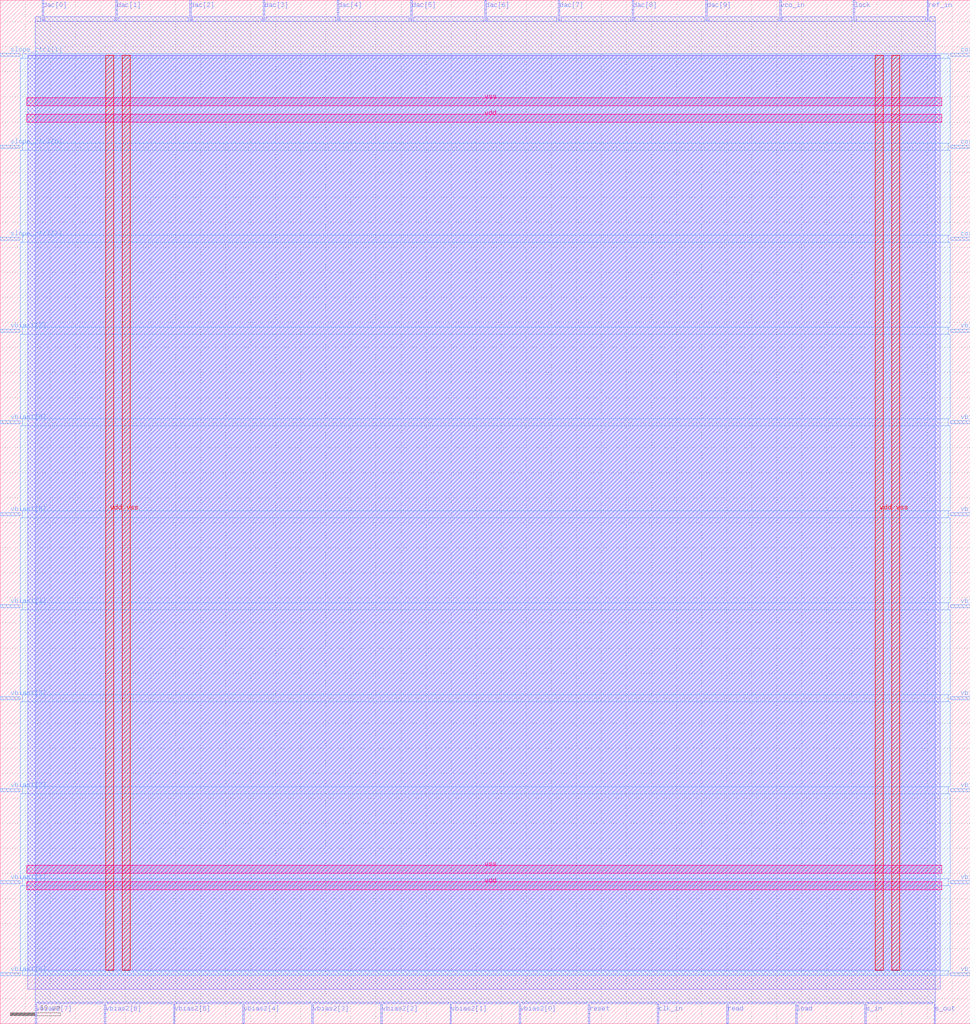
<source format=lef>
VERSION 5.7 ;
  NOWIREEXTENSIONATPIN ON ;
  DIVIDERCHAR "/" ;
  BUSBITCHARS "[]" ;
MACRO wrapper
  CLASS BLOCK ;
  FOREIGN wrapper ;
  ORIGIN 0.000 0.000 ;
  SIZE 193.625 BY 204.345 ;
  PIN clk_in
    DIRECTION INPUT ;
    USE SIGNAL ;
    PORT
      LAYER met2 ;
        RECT 131.190 0.000 131.470 4.000 ;
    END
  END clk_in
  PIN corner[0]
    DIRECTION OUTPUT TRISTATE ;
    USE SIGNAL ;
    PORT
      LAYER met3 ;
        RECT 189.625 193.160 193.625 193.760 ;
    END
  END corner[0]
  PIN corner[1]
    DIRECTION OUTPUT TRISTATE ;
    USE SIGNAL ;
    PORT
      LAYER met3 ;
        RECT 189.625 174.800 193.625 175.400 ;
    END
  END corner[1]
  PIN corner[2]
    DIRECTION OUTPUT TRISTATE ;
    USE SIGNAL ;
    PORT
      LAYER met3 ;
        RECT 189.625 156.440 193.625 157.040 ;
    END
  END corner[2]
  PIN dac[0]
    DIRECTION OUTPUT TRISTATE ;
    USE SIGNAL ;
    PORT
      LAYER met2 ;
        RECT 8.370 200.345 8.650 204.345 ;
    END
  END dac[0]
  PIN dac[1]
    DIRECTION OUTPUT TRISTATE ;
    USE SIGNAL ;
    PORT
      LAYER met2 ;
        RECT 23.090 200.345 23.370 204.345 ;
    END
  END dac[1]
  PIN dac[2]
    DIRECTION OUTPUT TRISTATE ;
    USE SIGNAL ;
    PORT
      LAYER met2 ;
        RECT 37.810 200.345 38.090 204.345 ;
    END
  END dac[2]
  PIN dac[3]
    DIRECTION OUTPUT TRISTATE ;
    USE SIGNAL ;
    PORT
      LAYER met2 ;
        RECT 52.530 200.345 52.810 204.345 ;
    END
  END dac[3]
  PIN dac[4]
    DIRECTION OUTPUT TRISTATE ;
    USE SIGNAL ;
    PORT
      LAYER met2 ;
        RECT 67.250 200.345 67.530 204.345 ;
    END
  END dac[4]
  PIN dac[5]
    DIRECTION OUTPUT TRISTATE ;
    USE SIGNAL ;
    PORT
      LAYER met2 ;
        RECT 81.970 200.345 82.250 204.345 ;
    END
  END dac[5]
  PIN dac[6]
    DIRECTION OUTPUT TRISTATE ;
    USE SIGNAL ;
    PORT
      LAYER met2 ;
        RECT 96.690 200.345 96.970 204.345 ;
    END
  END dac[6]
  PIN dac[7]
    DIRECTION OUTPUT TRISTATE ;
    USE SIGNAL ;
    PORT
      LAYER met2 ;
        RECT 111.410 200.345 111.690 204.345 ;
    END
  END dac[7]
  PIN dac[8]
    DIRECTION OUTPUT TRISTATE ;
    USE SIGNAL ;
    PORT
      LAYER met2 ;
        RECT 126.130 200.345 126.410 204.345 ;
    END
  END dac[8]
  PIN dac[9]
    DIRECTION OUTPUT TRISTATE ;
    USE SIGNAL ;
    PORT
      LAYER met2 ;
        RECT 140.850 200.345 141.130 204.345 ;
    END
  END dac[9]
  PIN load
    DIRECTION INPUT ;
    USE SIGNAL ;
    PORT
      LAYER met2 ;
        RECT 158.790 0.000 159.070 4.000 ;
    END
  END load
  PIN lock
    DIRECTION OUTPUT TRISTATE ;
    USE SIGNAL ;
    PORT
      LAYER met2 ;
        RECT 170.290 200.345 170.570 204.345 ;
    END
  END lock
  PIN read
    DIRECTION INPUT ;
    USE SIGNAL ;
    PORT
      LAYER met2 ;
        RECT 144.990 0.000 145.270 4.000 ;
    END
  END read
  PIN ref_in
    DIRECTION INPUT ;
    USE SIGNAL ;
    PORT
      LAYER met2 ;
        RECT 185.010 200.345 185.290 204.345 ;
    END
  END ref_in
  PIN reset
    DIRECTION INPUT ;
    USE SIGNAL ;
    PORT
      LAYER met2 ;
        RECT 117.390 0.000 117.670 4.000 ;
    END
  END reset
  PIN s_in
    DIRECTION INPUT ;
    USE SIGNAL ;
    PORT
      LAYER met2 ;
        RECT 172.590 0.000 172.870 4.000 ;
    END
  END s_in
  PIN s_out
    DIRECTION OUTPUT TRISTATE ;
    USE SIGNAL ;
    PORT
      LAYER met2 ;
        RECT 186.390 0.000 186.670 4.000 ;
    END
  END s_out
  PIN slope_ctrl[0]
    DIRECTION OUTPUT TRISTATE ;
    USE SIGNAL ;
    PORT
      LAYER met3 ;
        RECT 0.000 174.800 4.000 175.400 ;
    END
  END slope_ctrl[0]
  PIN slope_ctrl[1]
    DIRECTION OUTPUT TRISTATE ;
    USE SIGNAL ;
    PORT
      LAYER met3 ;
        RECT 0.000 193.160 4.000 193.760 ;
    END
  END slope_ctrl[1]
  PIN slope_ctrl[2]
    DIRECTION OUTPUT TRISTATE ;
    USE SIGNAL ;
    PORT
      LAYER met3 ;
        RECT 0.000 156.440 4.000 157.040 ;
    END
  END slope_ctrl[2]
  PIN vbias1[0]
    DIRECTION OUTPUT TRISTATE ;
    USE SIGNAL ;
    PORT
      LAYER met3 ;
        RECT 0.000 9.560 4.000 10.160 ;
    END
  END vbias1[0]
  PIN vbias1[1]
    DIRECTION OUTPUT TRISTATE ;
    USE SIGNAL ;
    PORT
      LAYER met3 ;
        RECT 0.000 27.920 4.000 28.520 ;
    END
  END vbias1[1]
  PIN vbias1[2]
    DIRECTION OUTPUT TRISTATE ;
    USE SIGNAL ;
    PORT
      LAYER met3 ;
        RECT 0.000 46.280 4.000 46.880 ;
    END
  END vbias1[2]
  PIN vbias1[3]
    DIRECTION OUTPUT TRISTATE ;
    USE SIGNAL ;
    PORT
      LAYER met3 ;
        RECT 0.000 64.640 4.000 65.240 ;
    END
  END vbias1[3]
  PIN vbias1[4]
    DIRECTION OUTPUT TRISTATE ;
    USE SIGNAL ;
    PORT
      LAYER met3 ;
        RECT 0.000 83.000 4.000 83.600 ;
    END
  END vbias1[4]
  PIN vbias1[5]
    DIRECTION OUTPUT TRISTATE ;
    USE SIGNAL ;
    PORT
      LAYER met3 ;
        RECT 0.000 101.360 4.000 101.960 ;
    END
  END vbias1[5]
  PIN vbias1[6]
    DIRECTION OUTPUT TRISTATE ;
    USE SIGNAL ;
    PORT
      LAYER met3 ;
        RECT 0.000 119.720 4.000 120.320 ;
    END
  END vbias1[6]
  PIN vbias1[7]
    DIRECTION OUTPUT TRISTATE ;
    USE SIGNAL ;
    PORT
      LAYER met3 ;
        RECT 0.000 138.080 4.000 138.680 ;
    END
  END vbias1[7]
  PIN vbias2[0]
    DIRECTION OUTPUT TRISTATE ;
    USE SIGNAL ;
    PORT
      LAYER met2 ;
        RECT 103.590 0.000 103.870 4.000 ;
    END
  END vbias2[0]
  PIN vbias2[1]
    DIRECTION OUTPUT TRISTATE ;
    USE SIGNAL ;
    PORT
      LAYER met2 ;
        RECT 89.790 0.000 90.070 4.000 ;
    END
  END vbias2[1]
  PIN vbias2[2]
    DIRECTION OUTPUT TRISTATE ;
    USE SIGNAL ;
    PORT
      LAYER met2 ;
        RECT 75.990 0.000 76.270 4.000 ;
    END
  END vbias2[2]
  PIN vbias2[3]
    DIRECTION OUTPUT TRISTATE ;
    USE SIGNAL ;
    PORT
      LAYER met2 ;
        RECT 62.190 0.000 62.470 4.000 ;
    END
  END vbias2[3]
  PIN vbias2[4]
    DIRECTION OUTPUT TRISTATE ;
    USE SIGNAL ;
    PORT
      LAYER met2 ;
        RECT 48.390 0.000 48.670 4.000 ;
    END
  END vbias2[4]
  PIN vbias2[5]
    DIRECTION OUTPUT TRISTATE ;
    USE SIGNAL ;
    PORT
      LAYER met2 ;
        RECT 34.590 0.000 34.870 4.000 ;
    END
  END vbias2[5]
  PIN vbias2[6]
    DIRECTION OUTPUT TRISTATE ;
    USE SIGNAL ;
    PORT
      LAYER met2 ;
        RECT 20.790 0.000 21.070 4.000 ;
    END
  END vbias2[6]
  PIN vbias2[7]
    DIRECTION OUTPUT TRISTATE ;
    USE SIGNAL ;
    PORT
      LAYER met2 ;
        RECT 6.990 0.000 7.270 4.000 ;
    END
  END vbias2[7]
  PIN vbias3[0]
    DIRECTION OUTPUT TRISTATE ;
    USE SIGNAL ;
    PORT
      LAYER met3 ;
        RECT 189.625 9.560 193.625 10.160 ;
    END
  END vbias3[0]
  PIN vbias3[1]
    DIRECTION OUTPUT TRISTATE ;
    USE SIGNAL ;
    PORT
      LAYER met3 ;
        RECT 189.625 27.920 193.625 28.520 ;
    END
  END vbias3[1]
  PIN vbias3[2]
    DIRECTION OUTPUT TRISTATE ;
    USE SIGNAL ;
    PORT
      LAYER met3 ;
        RECT 189.625 46.280 193.625 46.880 ;
    END
  END vbias3[2]
  PIN vbias3[3]
    DIRECTION OUTPUT TRISTATE ;
    USE SIGNAL ;
    PORT
      LAYER met3 ;
        RECT 189.625 64.640 193.625 65.240 ;
    END
  END vbias3[3]
  PIN vbias3[4]
    DIRECTION OUTPUT TRISTATE ;
    USE SIGNAL ;
    PORT
      LAYER met3 ;
        RECT 189.625 83.000 193.625 83.600 ;
    END
  END vbias3[4]
  PIN vbias3[5]
    DIRECTION OUTPUT TRISTATE ;
    USE SIGNAL ;
    PORT
      LAYER met3 ;
        RECT 189.625 101.360 193.625 101.960 ;
    END
  END vbias3[5]
  PIN vbias3[6]
    DIRECTION OUTPUT TRISTATE ;
    USE SIGNAL ;
    PORT
      LAYER met3 ;
        RECT 189.625 119.720 193.625 120.320 ;
    END
  END vbias3[6]
  PIN vbias3[7]
    DIRECTION OUTPUT TRISTATE ;
    USE SIGNAL ;
    PORT
      LAYER met3 ;
        RECT 189.625 138.080 193.625 138.680 ;
    END
  END vbias3[7]
  PIN vco_in
    DIRECTION INPUT ;
    USE SIGNAL ;
    PORT
      LAYER met2 ;
        RECT 155.570 200.345 155.850 204.345 ;
    END
  END vco_in
  PIN vdd
    DIRECTION INOUT ;
    USE POWER ;
    PORT
      LAYER met4 ;
        RECT 21.040 10.640 22.640 193.360 ;
    END
    PORT
      LAYER met4 ;
        RECT 174.640 10.640 176.240 193.360 ;
    END
    PORT
      LAYER met5 ;
        RECT 5.280 26.730 187.920 28.330 ;
    END
    PORT
      LAYER met5 ;
        RECT 5.280 179.910 187.920 181.510 ;
    END
  END vdd
  PIN vss
    DIRECTION INOUT ;
    USE GROUND ;
    PORT
      LAYER met4 ;
        RECT 24.340 10.640 25.940 193.360 ;
    END
    PORT
      LAYER met4 ;
        RECT 177.940 10.640 179.540 193.360 ;
    END
    PORT
      LAYER met5 ;
        RECT 5.280 30.030 187.920 31.630 ;
    END
    PORT
      LAYER met5 ;
        RECT 5.280 183.210 187.920 184.810 ;
    END
  END vss
  OBS
      LAYER li1 ;
        RECT 5.520 10.795 187.680 193.205 ;
      LAYER met1 ;
        RECT 5.520 6.840 187.680 193.360 ;
      LAYER met2 ;
        RECT 7.000 200.065 8.090 201.010 ;
        RECT 8.930 200.065 22.810 201.010 ;
        RECT 23.650 200.065 37.530 201.010 ;
        RECT 38.370 200.065 52.250 201.010 ;
        RECT 53.090 200.065 66.970 201.010 ;
        RECT 67.810 200.065 81.690 201.010 ;
        RECT 82.530 200.065 96.410 201.010 ;
        RECT 97.250 200.065 111.130 201.010 ;
        RECT 111.970 200.065 125.850 201.010 ;
        RECT 126.690 200.065 140.570 201.010 ;
        RECT 141.410 200.065 155.290 201.010 ;
        RECT 156.130 200.065 170.010 201.010 ;
        RECT 170.850 200.065 184.730 201.010 ;
        RECT 185.570 200.065 186.660 201.010 ;
        RECT 7.000 4.280 186.660 200.065 ;
        RECT 7.550 4.000 20.510 4.280 ;
        RECT 21.350 4.000 34.310 4.280 ;
        RECT 35.150 4.000 48.110 4.280 ;
        RECT 48.950 4.000 61.910 4.280 ;
        RECT 62.750 4.000 75.710 4.280 ;
        RECT 76.550 4.000 89.510 4.280 ;
        RECT 90.350 4.000 103.310 4.280 ;
        RECT 104.150 4.000 117.110 4.280 ;
        RECT 117.950 4.000 130.910 4.280 ;
        RECT 131.750 4.000 144.710 4.280 ;
        RECT 145.550 4.000 158.510 4.280 ;
        RECT 159.350 4.000 172.310 4.280 ;
        RECT 173.150 4.000 186.110 4.280 ;
      LAYER met3 ;
        RECT 4.400 192.760 189.225 193.625 ;
        RECT 4.000 175.800 189.625 192.760 ;
        RECT 4.400 174.400 189.225 175.800 ;
        RECT 4.000 157.440 189.625 174.400 ;
        RECT 4.400 156.040 189.225 157.440 ;
        RECT 4.000 139.080 189.625 156.040 ;
        RECT 4.400 137.680 189.225 139.080 ;
        RECT 4.000 120.720 189.625 137.680 ;
        RECT 4.400 119.320 189.225 120.720 ;
        RECT 4.000 102.360 189.625 119.320 ;
        RECT 4.400 100.960 189.225 102.360 ;
        RECT 4.000 84.000 189.625 100.960 ;
        RECT 4.400 82.600 189.225 84.000 ;
        RECT 4.000 65.640 189.625 82.600 ;
        RECT 4.400 64.240 189.225 65.640 ;
        RECT 4.000 47.280 189.625 64.240 ;
        RECT 4.400 45.880 189.225 47.280 ;
        RECT 4.000 28.920 189.625 45.880 ;
        RECT 4.400 27.520 189.225 28.920 ;
        RECT 4.000 10.560 189.625 27.520 ;
        RECT 4.400 9.695 189.225 10.560 ;
  END
END wrapper
END LIBRARY


</source>
